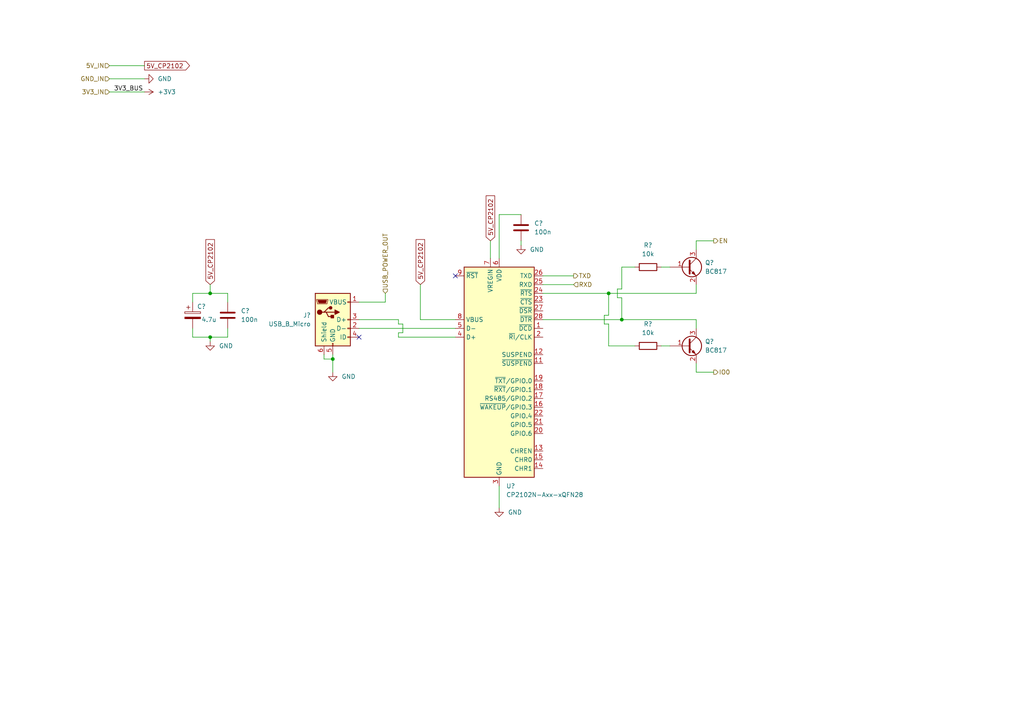
<source format=kicad_sch>
(kicad_sch (version 20211123) (generator eeschema)
  (paper "A4")
  (lib_symbols
    (symbol "000_Capacitor_electrolytic_immo:22u" (pin_numbers hide) (pin_names (offset 0.254))
      (property "Reference" "C" (at 0.635 2.54 0))
      (property "Value" "22u" (at 0.635 -2.54 0))
      (symbol "22u_0_1"
        (rectangle (start -2.286 0.508) (end 2.286 1.016))
        (polyline (pts (xy -1.778 2.286) (xy -0.762 2.286)))
        (polyline (pts (xy -1.27 2.794) (xy -1.27 1.778)))
        (rectangle (start 2.286 -0.508) (end -2.286 -1.016) (fill (type outline)))
      )
      (symbol "22u_1_1"
        (pin passive line (at 0 3.81 270) (length 2.794) (name "~") (number "1"))
        (pin passive line (at 0 -3.81 90) (length 2.794) (name "~") (number "2"))
      )
    )
    (symbol "000_Capacitor_film_immo:cap_film_0805" (pin_numbers hide) (pin_names (offset 0.254))
      (property "Reference" "C" (at 0.635 2.54 0))
      (property "Value" "cap_film_0805" (at 0.635 -2.54 0))
      (symbol "cap_film_0805_0_1"
        (polyline (pts (xy -2.032 -0.762) (xy 2.032 -0.762)) (stroke (width 0.508)))
        (polyline (pts (xy -2.032 0.762) (xy 2.032 0.762)) (stroke (width 0.508)))
      )
      (symbol "cap_film_0805_1_1"
        (pin passive line (at 0 3.81 270) (length 2.794) (name "~") (number "1"))
        (pin passive line (at 0 -3.81 90) (length 2.794) (name "~") (number "2"))
      )
    )
    (symbol "000_Resistors_Immo:Resistor_0805" (pin_numbers hide) (pin_names (offset 0))
      (property "Reference" "R?" (at 2.54 1.2701 0))
      (property "Value" "Resistor_0805" (at 2.54 -1.2699 0))
      (symbol "Resistor_0805_0_1"
        (rectangle (start -1.016 -2.54) (end 1.016 2.54) (stroke (width 0.254)))
      )
      (symbol "Resistor_0805_1_1"
        (pin passive line (at 0 3.81 270) (length 1.27) (name "~") (number "1"))
        (pin passive line (at 0 -3.81 90) (length 1.27) (name "~") (number "2"))
      )
    )
    (symbol "Connector:USB_B_Micro" (pin_names (offset 1.016))
      (property "Reference" "J" (at -5.08 11.43 0))
      (property "Value" "USB_B_Micro" (at -5.08 8.89 0))
      (symbol "USB_B_Micro_0_1"
        (rectangle (start -5.08 -7.62) (end 5.08 7.62) (stroke (width 0.254)) (fill (type background)))
        (circle (center -3.81 2.159) (radius 0.635) (stroke (width 0.254)) (fill (type outline)))
        (circle (center -0.635 3.429) (radius 0.381) (stroke (width 0.254)) (fill (type outline)))
        (rectangle (start -0.127 -7.62) (end 0.127 -6.858))
        (polyline (pts (xy -1.905 2.159) (xy 0.635 2.159)) (stroke (width 0.254)))
        (polyline (pts (xy -3.175 2.159) (xy -2.54 2.159) (xy -1.27 3.429) (xy -0.635 3.429)) (stroke (width 0.254)))
        (polyline (pts (xy -2.54 2.159) (xy -1.905 2.159) (xy -1.27 0.889) (xy 0 0.889)) (stroke (width 0.254)))
        (polyline (pts (xy 0.635 2.794) (xy 0.635 1.524) (xy 1.905 2.159) (xy 0.635 2.794)) (stroke (width 0.254)) (fill (type outline)))
        (polyline (pts (xy -4.318 5.588) (xy -1.778 5.588) (xy -2.032 4.826) (xy -4.064 4.826) (xy -4.318 5.588)) (fill (type outline)))
        (polyline (pts (xy -4.699 5.842) (xy -4.699 5.588) (xy -4.445 4.826) (xy -4.445 4.572) (xy -1.651 4.572) (xy -1.651 4.826) (xy -1.397 5.588) (xy -1.397 5.842) (xy -4.699 5.842)))
        (rectangle (start 0.254 1.27) (end -0.508 0.508) (stroke (width 0.254)) (fill (type outline)))
        (rectangle (start 5.08 -5.207) (end 4.318 -4.953))
        (rectangle (start 5.08 -2.667) (end 4.318 -2.413))
        (rectangle (start 5.08 -0.127) (end 4.318 0.127))
        (rectangle (start 5.08 4.953) (end 4.318 5.207))
      )
      (symbol "USB_B_Micro_1_1"
        (pin power_out line (at 7.62 5.08 180) (length 2.54) (name "VBUS") (number "1"))
        (pin bidirectional line (at 7.62 -2.54 180) (length 2.54) (name "D-") (number "2"))
        (pin bidirectional line (at 7.62 0 180) (length 2.54) (name "D+") (number "3"))
        (pin passive line (at 7.62 -5.08 180) (length 2.54) (name "ID") (number "4"))
        (pin power_out line (at 0 -10.16 90) (length 2.54) (name "GND") (number "5"))
        (pin passive line (at -2.54 -10.16 90) (length 2.54) (name "Shield") (number "6"))
      )
    )
    (symbol "Interface_USB:CP2102N-Axx-xQFN28"
      (property "Reference" "U" (at -8.89 31.75 0))
      (property "Value" "CP2102N-Axx-xQFN28" (at 12.7 31.75 0))
      (symbol "CP2102N-Axx-xQFN28_0_1"
        (rectangle (start -10.16 30.48) (end 10.16 -30.48) (stroke (width 0.254)) (fill (type background)))
      )
      (symbol "CP2102N-Axx-xQFN28_1_1"
        (pin input line (at 12.7 12.7 180) (length 2.54) (name "~{DCD}") (number "1"))
        (pin no_connect line (at -10.16 -27.94 0) (length 2.54) hide (name "NC") (number "10"))
        (pin output line (at 12.7 2.54 180) (length 2.54) (name "~{SUSPEND}") (number "11"))
        (pin output line (at 12.7 5.08 180) (length 2.54) (name "SUSPEND") (number "12"))
        (pin output line (at 12.7 -22.86 180) (length 2.54) (name "CHREN") (number "13"))
        (pin output line (at 12.7 -27.94 180) (length 2.54) (name "CHR1") (number "14"))
        (pin output line (at 12.7 -25.4 180) (length 2.54) (name "CHR0") (number "15"))
        (pin bidirectional line (at 12.7 -10.16 180) (length 2.54) (name "~{WAKEUP}/GPIO.3") (number "16"))
        (pin bidirectional line (at 12.7 -7.62 180) (length 2.54) (name "RS485/GPIO.2") (number "17"))
        (pin bidirectional line (at 12.7 -5.08 180) (length 2.54) (name "~{RXT}/GPIO.1") (number "18"))
        (pin bidirectional line (at 12.7 -2.54 180) (length 2.54) (name "~{TXT}/GPIO.0") (number "19"))
        (pin bidirectional line (at 12.7 10.16 180) (length 2.54) (name "~{RI}/CLK") (number "2"))
        (pin bidirectional line (at 12.7 -17.78 180) (length 2.54) (name "GPIO.6") (number "20"))
        (pin bidirectional line (at 12.7 -15.24 180) (length 2.54) (name "GPIO.5") (number "21"))
        (pin bidirectional line (at 12.7 -12.7 180) (length 2.54) (name "GPIO.4") (number "22"))
        (pin input line (at 12.7 20.32 180) (length 2.54) (name "~{CTS}") (number "23"))
        (pin output line (at 12.7 22.86 180) (length 2.54) (name "~{RTS}") (number "24"))
        (pin input line (at 12.7 25.4 180) (length 2.54) (name "RXD") (number "25"))
        (pin output line (at 12.7 27.94 180) (length 2.54) (name "TXD") (number "26"))
        (pin input line (at 12.7 17.78 180) (length 2.54) (name "~{DSR}") (number "27"))
        (pin output line (at 12.7 15.24 180) (length 2.54) (name "~{DTR}") (number "28"))
        (pin passive line (at 0 -33.02 90) (length 2.54) hide (name "GND") (number "29"))
        (pin power_in line (at 0 -33.02 90) (length 2.54) (name "GND") (number "3"))
        (pin bidirectional line (at -12.7 10.16 0) (length 2.54) (name "D+") (number "4"))
        (pin bidirectional line (at -12.7 12.7 0) (length 2.54) (name "D-") (number "5"))
        (pin power_in line (at 0 33.02 270) (length 2.54) (name "VDD") (number "6"))
        (pin power_in line (at -2.54 33.02 270) (length 2.54) (name "VREGIN") (number "7"))
        (pin input line (at -12.7 15.24 0) (length 2.54) (name "VBUS") (number "8"))
        (pin input line (at -12.7 27.94 0) (length 2.54) (name "~{RST}") (number "9"))
      )
    )
    (symbol "Transistor_BJT:BC817" (pin_names (offset 0) hide)
      (property "Reference" "Q" (at 5.08 1.905 0))
      (property "Value" "BC817" (at 5.08 0 0))
      (symbol "BC817_0_1"
        (polyline (pts (xy 0.635 0.635) (xy 2.54 2.54)))
        (polyline (pts (xy 0.635 -0.635) (xy 2.54 -2.54) (xy 2.54 -2.54)))
        (polyline (pts (xy 0.635 1.905) (xy 0.635 -1.905) (xy 0.635 -1.905)) (stroke (width 0.508)))
        (polyline (pts (xy 1.27 -1.778) (xy 1.778 -1.27) (xy 2.286 -2.286) (xy 1.27 -1.778) (xy 1.27 -1.778)) (fill (type outline)))
        (circle (center 1.27 0) (radius 2.8194) (stroke (width 0.254)))
      )
      (symbol "BC817_1_1"
        (pin input line (at -5.08 0 0) (length 5.715) (name "B") (number "1"))
        (pin passive line (at 2.54 -5.08 90) (length 2.54) (name "E") (number "2"))
        (pin passive line (at 2.54 5.08 270) (length 2.54) (name "C") (number "3"))
      )
    )
    (symbol "power:+3V3" (power) (pin_names (offset 0))
      (property "Value" "+3V3" (at 0 3.556 0))
      (symbol "+3V3_0_1"
        (polyline (pts (xy -0.762 1.27) (xy 0 2.54)))
        (polyline (pts (xy 0 0) (xy 0 2.54)))
        (polyline (pts (xy 0 2.54) (xy 0.762 1.27)))
      )
      (symbol "+3V3_1_1"
        (pin power_in line (at 0 0 90) (length 0) hide (name "+3V3") (number "1"))
      )
    )
    (symbol "power:GND" (power) (pin_names (offset 0))
      (property "Value" "GND" (at 0 -3.81 0))
      (symbol "GND_0_1"
        (polyline (pts (xy 0 0) (xy 0 -1.27) (xy 1.27 -1.27) (xy 0 -2.54) (xy -1.27 -1.27) (xy 0 -1.27)))
      )
      (symbol "GND_1_1"
        (pin power_in line (at 0 0 270) (length 0) hide (name "GND") (number "1"))
      )
    )
  )
  (junction (at 176.53 85.09))
  (junction (at 60.96 97.79))
  (junction (at 96.52 104.14))
  (junction (at 60.96 85.09))
  (junction (at 180.34 92.71))
  (no_connect (at 104.14 97.79))
  (no_connect (at 132.08 80.01))
  (wire (pts (xy 180.34 86.36) (xy 180.34 92.71)))
  (wire (pts (xy 157.48 85.09) (xy 176.53 85.09)))
  (wire (pts (xy 144.78 140.97) (xy 144.78 147.32)))
  (wire (pts (xy 116.84 96.52) (xy 116.84 93.98)))
  (wire (pts (xy 201.93 107.95) (xy 207.01 107.95)))
  (wire (pts (xy 55.88 85.09) (xy 55.88 87.63)))
  (wire (pts (xy 157.48 92.71) (xy 180.34 92.71)))
  (wire (pts (xy 31.75 22.86) (xy 41.91 22.86)))
  (wire (pts (xy 144.78 62.23) (xy 151.13 62.23)))
  (wire (pts (xy 104.14 87.63) (xy 111.76 87.63)))
  (wire (pts (xy 144.78 62.23) (xy 144.78 74.93)))
  (wire (pts (xy 176.53 100.33) (xy 176.53 93.98)))
  (wire (pts (xy 142.24 69.85) (xy 142.24 74.93)))
  (wire (pts (xy 201.93 95.25) (xy 201.93 92.71)))
  (wire (pts (xy 66.04 95.25) (xy 66.04 97.79)))
  (wire (pts (xy 31.75 26.67) (xy 41.91 26.67)))
  (wire (pts (xy 201.93 69.85) (xy 201.93 72.39)))
  (wire (pts (xy 55.88 97.79) (xy 60.96 97.79)))
  (wire (pts (xy 151.13 69.85) (xy 151.13 71.12)))
  (wire (pts (xy 176.53 91.44) (xy 176.53 85.09)))
  (wire (pts (xy 31.75 19.05) (xy 41.91 19.05)))
  (wire (pts (xy 176.53 93.98) (xy 175.26 93.98)))
  (wire (pts (xy 66.04 87.63) (xy 66.04 85.09)))
  (wire (pts (xy 60.96 97.79) (xy 66.04 97.79)))
  (wire (pts (xy 132.08 97.79) (xy 115.57 97.79)))
  (wire (pts (xy 93.98 104.14) (xy 93.98 102.87)))
  (wire (pts (xy 176.53 85.09) (xy 201.93 85.09)))
  (wire (pts (xy 111.76 85.09) (xy 111.76 87.63)))
  (wire (pts (xy 191.77 77.47) (xy 194.31 77.47)))
  (wire (pts (xy 96.52 104.14) (xy 96.52 107.95)))
  (wire (pts (xy 157.48 82.55) (xy 166.37 82.55)))
  (wire (pts (xy 180.34 77.47) (xy 180.34 83.82)))
  (wire (pts (xy 201.93 105.41) (xy 201.93 107.95)))
  (wire (pts (xy 179.07 86.36) (xy 180.34 86.36)))
  (wire (pts (xy 184.15 100.33) (xy 176.53 100.33)))
  (wire (pts (xy 184.15 77.47) (xy 180.34 77.47)))
  (wire (pts (xy 66.04 85.09) (xy 60.96 85.09)))
  (wire (pts (xy 175.26 91.44) (xy 176.53 91.44)))
  (wire (pts (xy 191.77 100.33) (xy 194.31 100.33)))
  (wire (pts (xy 180.34 83.82) (xy 179.07 83.82)))
  (wire (pts (xy 60.96 97.79) (xy 60.96 99.06)))
  (wire (pts (xy 60.96 82.55) (xy 60.96 85.09)))
  (wire (pts (xy 115.57 97.79) (xy 115.57 96.52)))
  (wire (pts (xy 115.57 93.98) (xy 115.57 92.71)))
  (wire (pts (xy 96.52 104.14) (xy 93.98 104.14)))
  (wire (pts (xy 157.48 80.01) (xy 166.37 80.01)))
  (wire (pts (xy 55.88 95.25) (xy 55.88 97.79)))
  (wire (pts (xy 104.14 92.71) (xy 115.57 92.71)))
  (wire (pts (xy 207.01 69.85) (xy 201.93 69.85)))
  (wire (pts (xy 175.26 93.98) (xy 175.26 91.44)))
  (wire (pts (xy 180.34 92.71) (xy 201.93 92.71)))
  (wire (pts (xy 116.84 93.98) (xy 115.57 93.98)))
  (wire (pts (xy 60.96 85.09) (xy 55.88 85.09)))
  (wire (pts (xy 115.57 96.52) (xy 116.84 96.52)))
  (wire (pts (xy 179.07 83.82) (xy 179.07 86.36)))
  (wire (pts (xy 104.14 95.25) (xy 132.08 95.25)))
  (wire (pts (xy 201.93 85.09) (xy 201.93 82.55)))
  (wire (pts (xy 121.92 82.55) (xy 121.92 92.71)))
  (wire (pts (xy 96.52 102.87) (xy 96.52 104.14)))
  (wire (pts (xy 121.92 92.71) (xy 132.08 92.71)))
  (label "3V3_BUS" (at 33.02 26.67 0))
  (global_label "5V_CP2102" (shape input) (at 142.24 69.85 90) (property "Intersheet References" "${INTERSHEET_REFS}" (effects hide)))
  (global_label "5V_CP2102" (shape input) (at 60.96 82.55 90) (property "Intersheet References" "${INTERSHEET_REFS}" (effects hide)))
  (global_label "5V_CP2102" (shape output) (at 41.91 19.05 0) (property "Intersheet References" "${INTERSHEET_REFS}" (effects hide)))
  (global_label "5V_CP2102" (shape input) (at 121.92 82.55 90) (property "Intersheet References" "${INTERSHEET_REFS}" (effects hide)))
  (hierarchical_label "EN" (shape output) (at 207.01 69.85 0))
  (hierarchical_label "3V3_IN" (shape input) (at 31.75 26.67 180))
  (hierarchical_label "IO0" (shape output) (at 207.01 107.95 0))
  (hierarchical_label "USB_POWER_OUT" (shape input) (at 111.76 85.09 90))
  (hierarchical_label "RXD" (shape input) (at 166.37 82.55 0))
  (hierarchical_label "GND_IN" (shape input) (at 31.75 22.86 180))
  (hierarchical_label "5V_IN" (shape input) (at 31.75 19.05 180))
  (hierarchical_label "TXD" (shape output) (at 166.37 80.01 0))
  (symbol (lib_id "power:GND") (at 144.78 147.32 0) (unit 1)
    (property "Reference" "#PWR?" (effects hide))
    (property "Value" "GND" (at 147.32 148.5899 0) (effects (justify left)))
  )
  (symbol (lib_id "000_Resistors_Immo:Resistor_0805") (at 187.96 77.47 90) (unit 1)
    (property "Reference" "R?" (at 187.96 71.12 90))
    (property "Value" "10k" (at 187.96 73.66 90))
    (property "Footprint" "Resistor_SMD:R_0805_2012Metric_Pad1.20x1.40mm_HandSolder" (effects hide))
  )
  (symbol (lib_id "Interface_USB:CP2102N-Axx-xQFN28") (at 144.78 107.95 0) (unit 1)
    (property "Reference" "U?" (at 146.7994 140.97 0) (effects (justify left)))
    (property "Value" "CP2102N-Axx-xQFN28" (at 146.7994 143.51 0) (effects (justify left)))
    (property "Footprint" "Package_DFN_QFN:QFN-28-1EP_5x5mm_P0.5mm_EP3.35x3.35mm" (effects hide))
    (property "Datasheet" "https://www.silabs.com/documents/public/data-sheets/cp2102n-datasheet.pdf" (effects hide))
  )
  (symbol (lib_id "power:+3V3") (at 41.91 26.67 270) (unit 1)
    (property "Reference" "#PWR?" (effects hide))
    (property "Value" "+3V3" (at 45.72 26.6699 90) (effects (justify left)))
  )
  (symbol (lib_id "Connector:USB_B_Micro") (at 96.52 92.71 0) (unit 1)
    (property "Reference" "J?" (at 90.17 91.4399 0) (effects (justify right)))
    (property "Value" "USB_B_Micro" (at 90.17 93.9799 0) (effects (justify right)))
  )
  (symbol (lib_id "000_Resistors_Immo:Resistor_0805") (at 187.96 100.33 90) (unit 1)
    (property "Reference" "R?" (at 187.96 93.98 90))
    (property "Value" "10k" (at 187.96 96.52 90))
    (property "Footprint" "Resistor_SMD:R_0805_2012Metric_Pad1.20x1.40mm_HandSolder" (effects hide))
  )
  (symbol (lib_id "power:GND") (at 41.91 22.86 90) (unit 1)
    (property "Reference" "#PWR?" (effects hide))
    (property "Value" "GND" (at 45.72 22.8599 90) (effects (justify right)))
  )
  (symbol (lib_id "000_Capacitor_film_immo:cap_film_0805") (at 66.04 91.44 0) (unit 1)
    (property "Reference" "C?" (at 69.85 90.1699 0) (effects (justify left)))
    (property "Value" "100n" (at 69.85 92.7099 0) (effects (justify left)))
    (property "Footprint" "Capacitor_SMD:C_0805_2012Metric_Pad1.18x1.45mm_HandSolder" (effects hide))
  )
  (symbol (lib_id "power:GND") (at 60.96 99.06 0) (unit 1)
    (property "Reference" "#PWR?" (effects hide))
    (property "Value" "GND" (at 63.5 100.3299 0) (effects (justify left)))
  )
  (symbol (lib_id "000_Capacitor_film_immo:cap_film_0805") (at 151.13 66.04 0) (unit 1)
    (property "Reference" "C?" (at 154.94 64.7699 0) (effects (justify left)))
    (property "Value" "100n" (at 154.94 67.3099 0) (effects (justify left)))
    (property "Footprint" "Capacitor_SMD:C_0805_2012Metric_Pad1.18x1.45mm_HandSolder" (effects hide))
  )
  (symbol (lib_id "Transistor_BJT:BC817") (at 199.39 77.47 0) (unit 1)
    (property "Reference" "Q?" (at 204.47 76.1999 0) (effects (justify left)))
    (property "Value" "BC817" (at 204.47 78.7399 0) (effects (justify left)))
    (property "Footprint" "Package_TO_SOT_SMD:SOT-23" (effects hide))
    (property "Datasheet" "https://www.onsemi.com/pub/Collateral/BC818-D.pdf" (effects hide))
  )
  (symbol (lib_id "power:GND") (at 151.13 71.12 0) (unit 1)
    (property "Reference" "#PWR?" (effects hide))
    (property "Value" "GND" (at 153.67 72.3899 0) (effects (justify left)))
  )
  (symbol (lib_id "power:GND") (at 96.52 107.95 0) (unit 1)
    (property "Reference" "#PWR?" (effects hide))
    (property "Value" "GND" (at 99.06 109.2199 0) (effects (justify left)))
  )
  (symbol (lib_id "Transistor_BJT:BC817") (at 199.39 100.33 0) (unit 1)
    (property "Reference" "Q?" (at 204.47 99.0599 0) (effects (justify left)))
    (property "Value" "BC817" (at 204.47 101.5999 0) (effects (justify left)))
    (property "Footprint" "Package_TO_SOT_SMD:SOT-23" (effects hide))
    (property "Datasheet" "https://www.onsemi.com/pub/Collateral/BC818-D.pdf" (effects hide))
  )
  (symbol (lib_id "000_Capacitor_electrolytic_immo:22u") (at 55.88 91.44 0) (unit 1)
    (property "Reference" "C?" (at 57.15 88.9 0) (effects (justify left)))
    (property "Value" "4.7u" (at 58.42 92.71 0) (effects (justify left)))
    (property "Footprint" "Capacitor_SMD:CP_Elec_6.3x5.9" (effects hide))
  )
)
</source>
